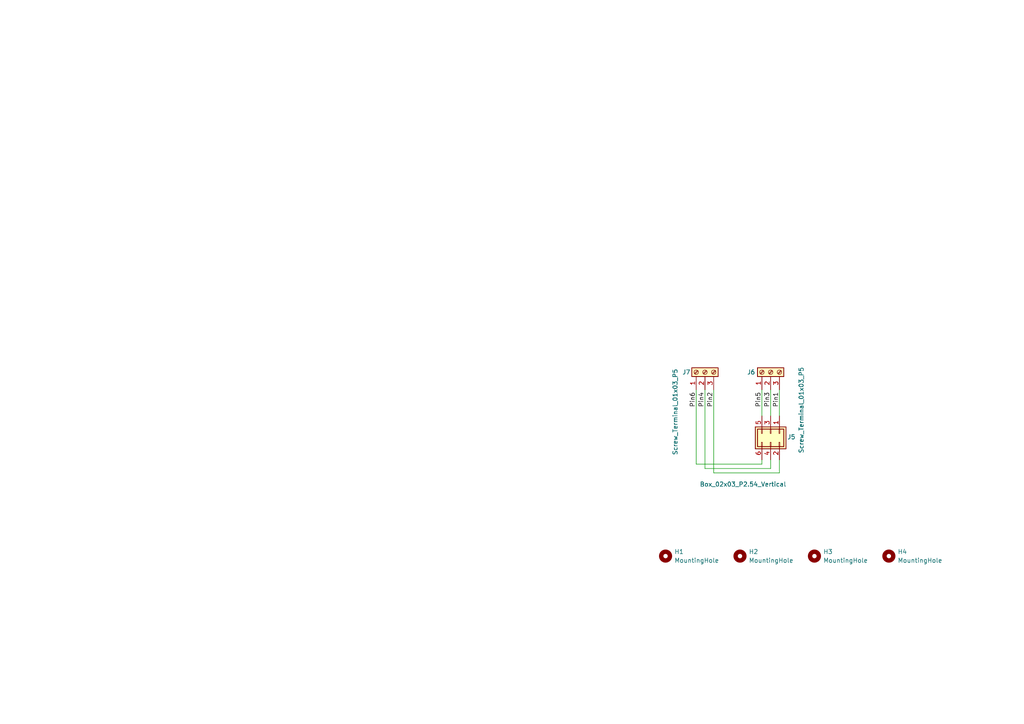
<source format=kicad_sch>
(kicad_sch (version 20231120) (generator "eeschema") (generator_version "8.0")
  (paper "A4")
  (title_block (date "2025-02-08"))
  (lib_symbols
    (symbol "_kh_library:Box_02x03_P2.54_Vertical" (pin_names (offset 1.016) hide)
      (property "Reference" "J" (at 1.27 5.588 0))
      (property "Value" "Box_02x03_P2.54_Vertical" (at 1.27 -6.35 0))
      (symbol "Box_02x03_P2.54_Vertical_1_1"
        (rectangle (start -1.905 4.445) (end 4.445 -4.445) (stroke (width 0.254)) (fill (type background)))
        (rectangle (start -1.27 -2.413) (end 0 -2.667) (stroke (width 0.1524)))
        (rectangle (start -1.27 0.127) (end 0 -0.127) (stroke (width 0.1524)))
        (rectangle (start -1.27 2.667) (end 0 2.413) (stroke (width 0.1524)))
        (rectangle (start -1.27 3.81) (end 3.81 -3.81) (stroke (width 0.254)) (fill (type background)))
        (rectangle (start 3.81 -2.413) (end 2.54 -2.667) (stroke (width 0.1524)))
        (rectangle (start 3.81 0.127) (end 2.54 -0.127) (stroke (width 0.1524)))
        (rectangle (start 3.81 2.667) (end 2.54 2.413) (stroke (width 0.1524)))
        (pin passive line (at -5.08 2.54 0) (length 3.81) (name "Pin_1") (number "1"))
        (pin passive line (at 7.62 2.54 180) (length 3.81) (name "Pin_2") (number "2"))
        (pin passive line (at -5.08 0 0) (length 3.81) (name "Pin_3") (number "3"))
        (pin passive line (at 7.62 0 180) (length 3.81) (name "Pin_4") (number "4"))
        (pin passive line (at -5.08 -2.54 0) (length 3.81) (name "Pin_5") (number "5"))
        (pin passive line (at 7.62 -2.54 180) (length 3.81) (name "Pin_6") (number "6"))
      )
    )
    (symbol "_kh_library:MountingHole" (pin_names (offset 1.016)) (exclude_from_sim yes) (in_bom no)
      (property "Reference" "H" (at 0 5.08 0))
      (property "Value" "MountingHole" (at 0 3.175 0))
      (symbol "MountingHole_0_1"
        (circle (center 0 0) (radius 1.27) (stroke (width 1.27)))
      )
    )
    (symbol "_kh_library:Screw_Terminal_01x03_P5" (pin_names (offset 1.016) hide)
      (property "Reference" "J" (at 2.286 0 0))
      (property "Value" "Screw_Terminal_01x03_P5" (at 6.35 -1.016 90))
      (symbol "Screw_Terminal_01x03_P5_1_1"
        (rectangle (start -1.27 1.27) (end 1.27 -6.35) (stroke (width 0.254)) (fill (type background)))
        (circle (center 0 -5.08) (radius 0.635) (stroke (width 0.1524)))
        (circle (center 0 -2.54) (radius 0.635) (stroke (width 0.1524)))
        (polyline (pts (xy -0.5334 -2.2098) (xy 0.3302 -3.048)) (stroke (width 0.1524)))
        (polyline (pts (xy -0.5334 0.3302) (xy 0.3302 -0.508)) (stroke (width 0.1524)))
        (polyline (pts (xy -0.508 -4.826) (xy 0.3556 -5.6642)) (stroke (width 0.1524)))
        (polyline (pts (xy -0.3556 -2.032) (xy 0.508 -2.8702)) (stroke (width 0.1524)))
        (polyline (pts (xy -0.3556 0.508) (xy 0.508 -0.3302)) (stroke (width 0.1524)))
        (polyline (pts (xy -0.3302 -4.6482) (xy 0.5334 -5.4864)) (stroke (width 0.1524)))
        (circle (center 0 0) (radius 0.635) (stroke (width 0.1524)))
        (pin passive line (at -5.08 0 0) (length 3.81) (name "Pin_1") (number "1"))
        (pin passive line (at -5.08 -2.54 0) (length 3.81) (name "Pin_2") (number "2"))
        (pin passive line (at -5.08 -5.08 0) (length 3.81) (name "Pin_3") (number "3"))
      )
    )
  )
  (wire (pts (xy 204.47 113.03) (xy 204.47 135.89)))
  (wire (pts (xy 226.06 137.16) (xy 207.01 137.16)))
  (wire (pts (xy 226.06 113.03) (xy 226.06 120.65)))
  (wire (pts (xy 220.98 113.03) (xy 220.98 120.65)))
  (wire (pts (xy 223.52 133.35) (xy 223.52 135.89)))
  (wire (pts (xy 207.01 113.03) (xy 207.01 137.16)))
  (wire (pts (xy 226.06 133.35) (xy 226.06 137.16)))
  (wire (pts (xy 201.93 113.03) (xy 201.93 134.62)))
  (wire (pts (xy 223.52 135.89) (xy 204.47 135.89)))
  (wire (pts (xy 220.98 134.62) (xy 201.93 134.62)))
  (wire (pts (xy 220.98 133.35) (xy 220.98 134.62)))
  (wire (pts (xy 223.52 113.03) (xy 223.52 120.65)))
  (label "Pin5" (at 220.98 118.11 90))
  (label "Pin2" (at 207.01 118.11 90))
  (label "Pin1" (at 226.06 118.11 90))
  (label "Pin4" (at 204.47 118.11 90))
  (label "Pin6" (at 201.93 118.11 90))
  (label "Pin3" (at 223.52 118.11 90))
  (symbol (lib_id "_kh_library:Screw_Terminal_01x03_P5") (at 201.93 107.95 90) (unit 1)
    (property "Reference" "J7" (at 197.866 107.95 90) (effects (justify right)))
    (property "Value" "Screw_Terminal_01x03_P5" (at 195.834 106.934 0) (effects (justify right)))
    (property "Footprint" "_kh_library:Screw_Terminal_01x03_P5" (effects (hide yes)))
    (property "Description" "Generic screw terminal, single row, 01x03" (effects (hide yes)))
  )
  (symbol (lib_id "_kh_library:MountingHole") (at 193.04 161.29 0) (unit 1) (exclude_from_sim yes) (in_bom no)
    (property "Reference" "H1" (at 195.58 160.0199 0) (effects (justify left)))
    (property "Value" "MountingHole" (at 195.58 162.5599 0) (effects (justify left)))
    (property "Footprint" "_kh_library:MountingHole_2.2mm_M2_Pad_TopBottom_kh" (effects (hide yes)))
    (property "Description" "Mounting Hole without connection" (effects (hide yes)))
  )
  (symbol (lib_id "_kh_library:MountingHole") (at 257.81 161.29 0) (unit 1) (exclude_from_sim yes) (in_bom no)
    (property "Reference" "H4" (at 260.35 160.0199 0) (effects (justify left)))
    (property "Value" "MountingHole" (at 260.35 162.5599 0) (effects (justify left)))
    (property "Footprint" "_kh_library:MountingHole_2.2mm_M2_Pad_TopBottom_kh" (effects (hide yes)))
    (property "Description" "Mounting Hole without connection" (effects (hide yes)))
  )
  (symbol (lib_id "_kh_library:Box_02x03_P2.54_Vertical") (at 223.52 125.73 270) (unit 1)
    (property "Reference" "J5" (at 228.346 126.746 90) (effects (justify left)))
    (property "Value" "Box_02x03_P2.54_Vertical" (at 202.946 140.462 90) (effects (justify left)))
    (property "Footprint" "_kh_library:Box_02x03_P2.54mm_Vertical_kh" (effects (hide yes)))
    (property "Description" "Box Header connector, double row, 02x03, odd/even pin numbering scheme" (effects (hide yes)))
  )
  (symbol (lib_id "_kh_library:MountingHole") (at 214.63 161.29 0) (unit 1) (exclude_from_sim yes) (in_bom no)
    (property "Reference" "H2" (at 217.17 160.0199 0) (effects (justify left)))
    (property "Value" "MountingHole" (at 217.17 162.5599 0) (effects (justify left)))
    (property "Footprint" "_kh_library:MountingHole_2.2mm_M2_Pad_TopBottom_kh" (effects (hide yes)))
    (property "Description" "Mounting Hole without connection" (effects (hide yes)))
  )
  (symbol (lib_id "_kh_library:MountingHole") (at 236.22 161.29 0) (unit 1) (exclude_from_sim yes) (in_bom no)
    (property "Reference" "H3" (at 238.76 160.0199 0) (effects (justify left)))
    (property "Value" "MountingHole" (at 238.76 162.5599 0) (effects (justify left)))
    (property "Footprint" "_kh_library:MountingHole_2.2mm_M2_Pad_TopBottom_kh" (effects (hide yes)))
    (property "Description" "Mounting Hole without connection" (effects (hide yes)))
  )
  (symbol (lib_id "_kh_library:Screw_Terminal_01x03_P5") (at 220.98 107.95 90) (unit 1)
    (property "Reference" "J6" (at 216.662 107.95 90) (effects (justify right)))
    (property "Value" "Screw_Terminal_01x03_P5" (at 232.41 106.426 0) (effects (justify right)))
    (property "Footprint" "_kh_library:Screw_Terminal_01x03_P5" (effects (hide yes)))
    (property "Description" "Generic screw terminal, single row, 01x03" (effects (hide yes)))
  )
)
</source>
